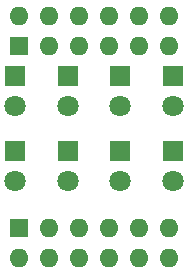
<source format=gts>
G04 #@! TF.GenerationSoftware,KiCad,Pcbnew,7.0.1*
G04 #@! TF.CreationDate,2023-03-21T03:43:12+09:00*
G04 #@! TF.ProjectId,Pmod_LED,506d6f64-5f4c-4454-942e-6b696361645f,rev?*
G04 #@! TF.SameCoordinates,Original*
G04 #@! TF.FileFunction,Soldermask,Top*
G04 #@! TF.FilePolarity,Negative*
%FSLAX46Y46*%
G04 Gerber Fmt 4.6, Leading zero omitted, Abs format (unit mm)*
G04 Created by KiCad (PCBNEW 7.0.1) date 2023-03-21 03:43:12*
%MOMM*%
%LPD*%
G01*
G04 APERTURE LIST*
%ADD10C,1.800000*%
%ADD11R,1.800000X1.800000*%
%ADD12R,1.600000X1.600000*%
%ADD13O,1.600000X1.600000*%
G04 APERTURE END LIST*
D10*
G04 #@! TO.C,D8*
X18097500Y-24125000D03*
D11*
X18097500Y-21585000D03*
G04 #@! TD*
D10*
G04 #@! TO.C,D7*
X13652500Y-24125000D03*
D11*
X13652500Y-21585000D03*
G04 #@! TD*
D10*
G04 #@! TO.C,D6*
X9207500Y-24125000D03*
D11*
X9207500Y-21585000D03*
G04 #@! TD*
D10*
G04 #@! TO.C,D5*
X4762500Y-24125000D03*
D11*
X4762500Y-21585000D03*
G04 #@! TD*
D10*
G04 #@! TO.C,D4*
X18097500Y-30475000D03*
D11*
X18097500Y-27935000D03*
G04 #@! TD*
D10*
G04 #@! TO.C,D3*
X13652500Y-30475000D03*
D11*
X13652500Y-27935000D03*
G04 #@! TD*
G04 #@! TO.C,D2*
X9207500Y-27935000D03*
D10*
X9207500Y-30475000D03*
G04 #@! TD*
G04 #@! TO.C,D1*
X4762500Y-30475000D03*
D11*
X4762500Y-27935000D03*
G04 #@! TD*
D12*
G04 #@! TO.C,J1*
X5080000Y-34490000D03*
D13*
X7620000Y-34490000D03*
X10160000Y-34490000D03*
X12700000Y-34490000D03*
X15240000Y-34490000D03*
X17780000Y-34490000D03*
X5080000Y-37030000D03*
X7620000Y-37030000D03*
X10160000Y-37030000D03*
X12700000Y-37030000D03*
X15240000Y-37030000D03*
X17780000Y-37030000D03*
G04 #@! TD*
D12*
G04 #@! TO.C,J2*
X5080000Y-19050000D03*
D13*
X7620000Y-19050000D03*
X10160000Y-19050000D03*
X12700000Y-19050000D03*
X15240000Y-19050000D03*
X17780000Y-19050000D03*
X5080000Y-16510000D03*
X7620000Y-16510000D03*
X10160000Y-16510000D03*
X12700000Y-16510000D03*
X15240000Y-16510000D03*
X17780000Y-16510000D03*
G04 #@! TD*
M02*

</source>
